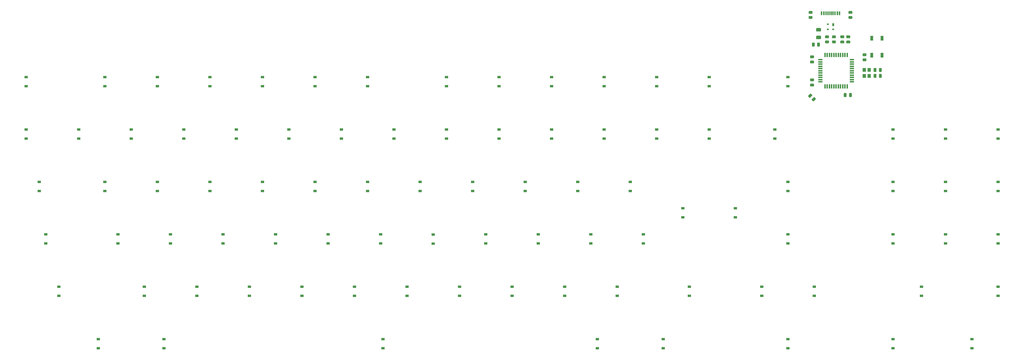
<source format=gbp>
%TF.GenerationSoftware,KiCad,Pcbnew,5.1.9*%
%TF.CreationDate,2022-11-23T09:59:21-05:00*%
%TF.ProjectId,EKS1000-V4,454b5331-3030-4302-9d56-342e6b696361,rev?*%
%TF.SameCoordinates,Original*%
%TF.FileFunction,Paste,Bot*%
%TF.FilePolarity,Positive*%
%FSLAX46Y46*%
G04 Gerber Fmt 4.6, Leading zero omitted, Abs format (unit mm)*
G04 Created by KiCad (PCBNEW 5.1.9) date 2022-11-23 09:59:21*
%MOMM*%
%LPD*%
G01*
G04 APERTURE LIST*
%ADD10R,0.300000X1.450000*%
%ADD11R,0.600000X1.450000*%
%ADD12R,0.700000X1.000000*%
%ADD13R,0.700000X0.600000*%
%ADD14R,1.200000X1.400000*%
%ADD15R,1.500000X0.550000*%
%ADD16R,0.550000X1.500000*%
%ADD17R,1.100000X1.800000*%
%ADD18R,1.200000X0.900000*%
G04 APERTURE END LIST*
D10*
%TO.C,J1*%
X309690198Y15322500D03*
X311690198Y15322500D03*
X311190198Y15322500D03*
X310690198Y15322500D03*
X310190198Y15322500D03*
X309190198Y15322500D03*
X308690198Y15322500D03*
X308190198Y15322500D03*
D11*
X313190198Y15322500D03*
X312390198Y15322500D03*
X307490198Y15322500D03*
X306690198Y15322500D03*
X306690198Y15322500D03*
X307490198Y15322500D03*
X312390198Y15322500D03*
X313190198Y15322500D03*
%TD*%
%TO.C,R1*%
G36*
G01*
X322712502Y-266750D02*
X321812498Y-266750D01*
G75*
G02*
X321562500Y-16752I0J249998D01*
G01*
X321562500Y508252D01*
G75*
G02*
X321812498Y758250I249998J0D01*
G01*
X322712502Y758250D01*
G75*
G02*
X322962500Y508252I0J-249998D01*
G01*
X322962500Y-16752D01*
G75*
G02*
X322712502Y-266750I-249998J0D01*
G01*
G37*
G36*
G01*
X322712502Y-2091750D02*
X321812498Y-2091750D01*
G75*
G02*
X321562500Y-1841752I0J249998D01*
G01*
X321562500Y-1316748D01*
G75*
G02*
X321812498Y-1066750I249998J0D01*
G01*
X322712502Y-1066750D01*
G75*
G02*
X322962500Y-1316748I0J-249998D01*
G01*
X322962500Y-1841752D01*
G75*
G02*
X322712502Y-2091750I-249998J0D01*
G01*
G37*
%TD*%
D12*
%TO.C,U2*%
X310945250Y11164000D03*
D13*
X308945250Y11364000D03*
X310945250Y9464000D03*
X308945250Y9464000D03*
%TD*%
D14*
%TO.C,Y1*%
X323906250Y-7450000D03*
X323906250Y-5250000D03*
X322206250Y-5250000D03*
X322206250Y-7450000D03*
%TD*%
D15*
%TO.C,U1*%
X306243750Y-1556250D03*
X306243750Y-2356250D03*
X306243750Y-3156250D03*
X306243750Y-3956250D03*
X306243750Y-4756250D03*
X306243750Y-5556250D03*
X306243750Y-6356250D03*
X306243750Y-7156250D03*
X306243750Y-7956250D03*
X306243750Y-8756250D03*
X306243750Y-9556250D03*
D16*
X307943750Y-11256250D03*
X308743750Y-11256250D03*
X309543750Y-11256250D03*
X310343750Y-11256250D03*
X311143750Y-11256250D03*
X311943750Y-11256250D03*
X312743750Y-11256250D03*
X313543750Y-11256250D03*
X314343750Y-11256250D03*
X315143750Y-11256250D03*
X315943750Y-11256250D03*
D15*
X317643750Y-9556250D03*
X317643750Y-8756250D03*
X317643750Y-7956250D03*
X317643750Y-7156250D03*
X317643750Y-6356250D03*
X317643750Y-5556250D03*
X317643750Y-4756250D03*
X317643750Y-3956250D03*
X317643750Y-3156250D03*
X317643750Y-2356250D03*
X317643750Y-1556250D03*
D16*
X315943750Y143750D03*
X315143750Y143750D03*
X314343750Y143750D03*
X313543750Y143750D03*
X312743750Y143750D03*
X311943750Y143750D03*
X311143750Y143750D03*
X310343750Y143750D03*
X309543750Y143750D03*
X308743750Y143750D03*
X307943750Y143750D03*
%TD*%
D17*
%TO.C,SW1*%
X324889250Y75000D03*
X328589250Y6275000D03*
X328589250Y75000D03*
X324889250Y6275000D03*
%TD*%
%TO.C,R6*%
G36*
G01*
X302254498Y14332000D02*
X303154502Y14332000D01*
G75*
G02*
X303404500Y14082002I0J-249998D01*
G01*
X303404500Y13556998D01*
G75*
G02*
X303154502Y13307000I-249998J0D01*
G01*
X302254498Y13307000D01*
G75*
G02*
X302004500Y13556998I0J249998D01*
G01*
X302004500Y14082002D01*
G75*
G02*
X302254498Y14332000I249998J0D01*
G01*
G37*
G36*
G01*
X302254498Y16157000D02*
X303154502Y16157000D01*
G75*
G02*
X303404500Y15907002I0J-249998D01*
G01*
X303404500Y15381998D01*
G75*
G02*
X303154502Y15132000I-249998J0D01*
G01*
X302254498Y15132000D01*
G75*
G02*
X302004500Y15381998I0J249998D01*
G01*
X302004500Y15907002D01*
G75*
G02*
X302254498Y16157000I249998J0D01*
G01*
G37*
%TD*%
%TO.C,R5*%
G36*
G01*
X316700748Y14332000D02*
X317600752Y14332000D01*
G75*
G02*
X317850750Y14082002I0J-249998D01*
G01*
X317850750Y13556998D01*
G75*
G02*
X317600752Y13307000I-249998J0D01*
G01*
X316700748Y13307000D01*
G75*
G02*
X316450750Y13556998I0J249998D01*
G01*
X316450750Y14082002D01*
G75*
G02*
X316700748Y14332000I249998J0D01*
G01*
G37*
G36*
G01*
X316700748Y16157000D02*
X317600752Y16157000D01*
G75*
G02*
X317850750Y15907002I0J-249998D01*
G01*
X317850750Y15381998D01*
G75*
G02*
X317600752Y15132000I-249998J0D01*
G01*
X316700748Y15132000D01*
G75*
G02*
X316450750Y15381998I0J249998D01*
G01*
X316450750Y15907002D01*
G75*
G02*
X316700748Y16157000I249998J0D01*
G01*
G37*
%TD*%
%TO.C,R4*%
G36*
G01*
X303177144Y-15872793D02*
X303813543Y-15236394D01*
G75*
G02*
X304167093Y-15236394I176775J-176775D01*
G01*
X304538326Y-15607627D01*
G75*
G02*
X304538326Y-15961177I-176775J-176775D01*
G01*
X303901927Y-16597576D01*
G75*
G02*
X303548377Y-16597576I-176775J176775D01*
G01*
X303177144Y-16226343D01*
G75*
G02*
X303177144Y-15872793I176775J176775D01*
G01*
G37*
G36*
G01*
X301886674Y-14582323D02*
X302523073Y-13945924D01*
G75*
G02*
X302876623Y-13945924I176775J-176775D01*
G01*
X303247856Y-14317157D01*
G75*
G02*
X303247856Y-14670707I-176775J-176775D01*
G01*
X302611457Y-15307106D01*
G75*
G02*
X302257907Y-15307106I-176775J176775D01*
G01*
X301886674Y-14935873D01*
G75*
G02*
X301886674Y-14582323I176775J176775D01*
G01*
G37*
%TD*%
%TO.C,R3*%
G36*
G01*
X309095252Y6253966D02*
X308195248Y6253966D01*
G75*
G02*
X307945250Y6503964I0J249998D01*
G01*
X307945250Y7028968D01*
G75*
G02*
X308195248Y7278966I249998J0D01*
G01*
X309095252Y7278966D01*
G75*
G02*
X309345250Y7028968I0J-249998D01*
G01*
X309345250Y6503964D01*
G75*
G02*
X309095252Y6253966I-249998J0D01*
G01*
G37*
G36*
G01*
X309095252Y4428966D02*
X308195248Y4428966D01*
G75*
G02*
X307945250Y4678964I0J249998D01*
G01*
X307945250Y5203968D01*
G75*
G02*
X308195248Y5453966I249998J0D01*
G01*
X309095252Y5453966D01*
G75*
G02*
X309345250Y5203968I0J-249998D01*
G01*
X309345250Y4678964D01*
G75*
G02*
X309095252Y4428966I-249998J0D01*
G01*
G37*
%TD*%
%TO.C,R2*%
G36*
G01*
X311627502Y6253966D02*
X310727498Y6253966D01*
G75*
G02*
X310477500Y6503964I0J249998D01*
G01*
X310477500Y7028968D01*
G75*
G02*
X310727498Y7278966I249998J0D01*
G01*
X311627502Y7278966D01*
G75*
G02*
X311877500Y7028968I0J-249998D01*
G01*
X311877500Y6503964D01*
G75*
G02*
X311627502Y6253966I-249998J0D01*
G01*
G37*
G36*
G01*
X311627502Y4428966D02*
X310727498Y4428966D01*
G75*
G02*
X310477500Y4678964I0J249998D01*
G01*
X310477500Y5203968D01*
G75*
G02*
X310727498Y5453966I249998J0D01*
G01*
X311627502Y5453966D01*
G75*
G02*
X311877500Y5203968I0J-249998D01*
G01*
X311877500Y4678964D01*
G75*
G02*
X311627502Y4428966I-249998J0D01*
G01*
G37*
%TD*%
%TO.C,F1*%
G36*
G01*
X306218750Y5912500D02*
X304968750Y5912500D01*
G75*
G02*
X304718750Y6162500I0J250000D01*
G01*
X304718750Y6912500D01*
G75*
G02*
X304968750Y7162500I250000J0D01*
G01*
X306218750Y7162500D01*
G75*
G02*
X306468750Y6912500I0J-250000D01*
G01*
X306468750Y6162500D01*
G75*
G02*
X306218750Y5912500I-250000J0D01*
G01*
G37*
G36*
G01*
X306218750Y8712500D02*
X304968750Y8712500D01*
G75*
G02*
X304718750Y8962500I0J250000D01*
G01*
X304718750Y9712500D01*
G75*
G02*
X304968750Y9962500I250000J0D01*
G01*
X306218750Y9962500D01*
G75*
G02*
X306468750Y9712500I0J-250000D01*
G01*
X306468750Y8962500D01*
G75*
G02*
X306218750Y8712500I-250000J0D01*
G01*
G37*
%TD*%
D18*
%TO.C,D90*%
X361156250Y-103125000D03*
X361156250Y-106425000D03*
%TD*%
%TO.C,D89*%
X370681250Y-84075000D03*
X370681250Y-87375000D03*
%TD*%
%TO.C,D88*%
X370681250Y-65025000D03*
X370681250Y-68325000D03*
%TD*%
%TO.C,D87*%
X370681250Y-45975000D03*
X370681250Y-49275000D03*
%TD*%
%TO.C,D86*%
X370681250Y-26925000D03*
X370681250Y-30225000D03*
%TD*%
%TO.C,D85*%
X351631250Y-65025000D03*
X351631250Y-68325000D03*
%TD*%
%TO.C,D84*%
X351631250Y-45975000D03*
X351631250Y-49275000D03*
%TD*%
%TO.C,D83*%
X351631250Y-26925000D03*
X351631250Y-30225000D03*
%TD*%
%TO.C,D82*%
X332581250Y-103125000D03*
X332581250Y-106425000D03*
%TD*%
%TO.C,D81*%
X342900000Y-84075000D03*
X342900000Y-87375000D03*
%TD*%
%TO.C,D80*%
X332581250Y-65025000D03*
X332581250Y-68325000D03*
%TD*%
%TO.C,D79*%
X332581250Y-45975000D03*
X332581250Y-49275000D03*
%TD*%
%TO.C,D78*%
X332581250Y-26925000D03*
X332581250Y-30225000D03*
%TD*%
%TO.C,D77*%
X294481250Y-103125000D03*
X294481250Y-106425000D03*
%TD*%
%TO.C,D76*%
X304006250Y-84075000D03*
X304006250Y-87375000D03*
%TD*%
%TO.C,D75*%
X284956250Y-84075000D03*
X284956250Y-87375000D03*
%TD*%
%TO.C,D74*%
X294481250Y-65025000D03*
X294481250Y-68325000D03*
%TD*%
%TO.C,D73*%
X294481250Y-45975000D03*
X294481250Y-49275000D03*
%TD*%
%TO.C,D59*%
X249237500Y-103125000D03*
X249237500Y-106425000D03*
%TD*%
%TO.C,D64*%
X258762500Y-84075000D03*
X258762500Y-87375000D03*
%TD*%
%TO.C,D70*%
X275431250Y-55500000D03*
X275431250Y-58800000D03*
%TD*%
%TO.C,D72*%
X289718750Y-26925000D03*
X289718750Y-30225000D03*
%TD*%
%TO.C,D71*%
X294481250Y-7875000D03*
X294481250Y-11175000D03*
%TD*%
%TO.C,D53*%
X225425000Y-103125000D03*
X225425000Y-106425000D03*
%TD*%
%TO.C,D58*%
X232568750Y-84075000D03*
X232568750Y-87375000D03*
%TD*%
%TO.C,D63*%
X242093750Y-65025000D03*
X242093750Y-68325000D03*
%TD*%
%TO.C,D67*%
X256381250Y-55500000D03*
X256381250Y-58800000D03*
%TD*%
%TO.C,D69*%
X265906250Y-26925000D03*
X265906250Y-30225000D03*
%TD*%
%TO.C,D68*%
X265906250Y-7875000D03*
X265906250Y-11175000D03*
%TD*%
%TO.C,D52*%
X213518750Y-84075000D03*
X213518750Y-87375000D03*
%TD*%
%TO.C,D57*%
X223043750Y-65025000D03*
X223043750Y-68325000D03*
%TD*%
%TO.C,D62*%
X237331250Y-45975000D03*
X237331250Y-49275000D03*
%TD*%
%TO.C,D66*%
X246856250Y-26925000D03*
X246856250Y-30225000D03*
%TD*%
%TO.C,D65*%
X246856250Y-7875000D03*
X246856250Y-11175000D03*
%TD*%
%TO.C,D47*%
X194468750Y-84075000D03*
X194468750Y-87375000D03*
%TD*%
%TO.C,D51*%
X203993750Y-65025000D03*
X203993750Y-68325000D03*
%TD*%
%TO.C,D56*%
X218281250Y-45975000D03*
X218281250Y-49275000D03*
%TD*%
%TO.C,D61*%
X227806250Y-26925000D03*
X227806250Y-30225000D03*
%TD*%
%TO.C,D60*%
X227806250Y-7875000D03*
X227806250Y-11175000D03*
%TD*%
%TO.C,D42*%
X175418750Y-84075000D03*
X175418750Y-87375000D03*
%TD*%
%TO.C,D46*%
X184943750Y-65025000D03*
X184943750Y-68325000D03*
%TD*%
%TO.C,D50*%
X199231250Y-45975000D03*
X199231250Y-49275000D03*
%TD*%
%TO.C,D55*%
X208756250Y-26925000D03*
X208756250Y-30225000D03*
%TD*%
%TO.C,D54*%
X208756250Y-7875000D03*
X208756250Y-11175000D03*
%TD*%
%TO.C,D45*%
X180181250Y-45975000D03*
X180181250Y-49275000D03*
%TD*%
%TO.C,D49*%
X189706250Y-26925000D03*
X189706250Y-30225000D03*
%TD*%
%TO.C,D48*%
X189706250Y-7875000D03*
X189706250Y-11175000D03*
%TD*%
%TO.C,D44*%
X170656250Y-26925000D03*
X170656250Y-30225000D03*
%TD*%
%TO.C,D43*%
X170656250Y-7875000D03*
X170656250Y-11175000D03*
%TD*%
%TO.C,D41*%
X165893750Y-65087500D03*
X165893750Y-68387500D03*
%TD*%
%TO.C,D40*%
X161131250Y-45975000D03*
X161131250Y-49275000D03*
%TD*%
%TO.C,D39*%
X151606250Y-26925000D03*
X151606250Y-30225000D03*
%TD*%
%TO.C,D38*%
X142081250Y-7875000D03*
X142081250Y-11175000D03*
%TD*%
%TO.C,D37*%
X156368750Y-84075000D03*
X156368750Y-87375000D03*
%TD*%
%TO.C,D36*%
X146843750Y-65025000D03*
X146843750Y-68325000D03*
%TD*%
%TO.C,D35*%
X142081250Y-45975000D03*
X142081250Y-49275000D03*
%TD*%
%TO.C,D34*%
X132556250Y-26925000D03*
X132556250Y-30225000D03*
%TD*%
%TO.C,D33*%
X123031250Y-7875000D03*
X123031250Y-11175000D03*
%TD*%
%TO.C,D32*%
X147637500Y-103125000D03*
X147637500Y-106425000D03*
%TD*%
%TO.C,D31*%
X137318750Y-84075000D03*
X137318750Y-87375000D03*
%TD*%
%TO.C,D30*%
X127793750Y-65025000D03*
X127793750Y-68325000D03*
%TD*%
%TO.C,D29*%
X123031250Y-45975000D03*
X123031250Y-49275000D03*
%TD*%
%TO.C,D28*%
X113506250Y-26925000D03*
X113506250Y-30225000D03*
%TD*%
%TO.C,D27*%
X103981250Y-7875000D03*
X103981250Y-11175000D03*
%TD*%
%TO.C,D26*%
X118268750Y-84075000D03*
X118268750Y-87375000D03*
%TD*%
%TO.C,D25*%
X108743750Y-65025000D03*
X108743750Y-68325000D03*
%TD*%
%TO.C,D24*%
X103981250Y-45975000D03*
X103981250Y-49275000D03*
%TD*%
%TO.C,D23*%
X94456250Y-26925000D03*
X94456250Y-30225000D03*
%TD*%
%TO.C,D22*%
X84931250Y-7875000D03*
X84931250Y-11175000D03*
%TD*%
%TO.C,D21*%
X99218750Y-84075000D03*
X99218750Y-87375000D03*
%TD*%
%TO.C,D20*%
X89693750Y-65025000D03*
X89693750Y-68325000D03*
%TD*%
%TO.C,D19*%
X84931250Y-45975000D03*
X84931250Y-49275000D03*
%TD*%
%TO.C,D18*%
X75406250Y-26925000D03*
X75406250Y-30225000D03*
%TD*%
%TO.C,D17*%
X65881250Y-7875000D03*
X65881250Y-11175000D03*
%TD*%
%TO.C,D16*%
X80168750Y-84075000D03*
X80168750Y-87375000D03*
%TD*%
%TO.C,D15*%
X70643750Y-65025000D03*
X70643750Y-68325000D03*
%TD*%
%TO.C,D14*%
X65881250Y-45975000D03*
X65881250Y-49275000D03*
%TD*%
%TO.C,D13*%
X56356250Y-26925000D03*
X56356250Y-30225000D03*
%TD*%
%TO.C,D12*%
X46831250Y-7875000D03*
X46831250Y-11175000D03*
%TD*%
%TO.C,D11*%
X68262500Y-103125000D03*
X68262500Y-106425000D03*
%TD*%
%TO.C,D10*%
X61118750Y-84075000D03*
X61118750Y-87375000D03*
%TD*%
%TO.C,D9*%
X51593750Y-65025000D03*
X51593750Y-68325000D03*
%TD*%
%TO.C,D8*%
X46831250Y-45975000D03*
X46831250Y-49275000D03*
%TD*%
%TO.C,D7*%
X37306250Y-26925000D03*
X37306250Y-30225000D03*
%TD*%
%TO.C,D6*%
X44450000Y-103125000D03*
X44450000Y-106425000D03*
%TD*%
%TO.C,D5*%
X30162500Y-84075000D03*
X30162500Y-87375000D03*
%TD*%
%TO.C,D4*%
X25400000Y-65025000D03*
X25400000Y-68325000D03*
%TD*%
%TO.C,D3*%
X23018750Y-45975000D03*
X23018750Y-49275000D03*
%TD*%
%TO.C,D2*%
X18256250Y-26925000D03*
X18256250Y-30225000D03*
%TD*%
%TO.C,D1*%
X18256250Y-7875000D03*
X18256250Y-11175000D03*
%TD*%
%TO.C,C8*%
G36*
G01*
X304191250Y4443750D02*
X304191250Y3493750D01*
G75*
G02*
X303941250Y3243750I-250000J0D01*
G01*
X303441250Y3243750D01*
G75*
G02*
X303191250Y3493750I0J250000D01*
G01*
X303191250Y4443750D01*
G75*
G02*
X303441250Y4693750I250000J0D01*
G01*
X303941250Y4693750D01*
G75*
G02*
X304191250Y4443750I0J-250000D01*
G01*
G37*
G36*
G01*
X306091250Y4443750D02*
X306091250Y3493750D01*
G75*
G02*
X305841250Y3243750I-250000J0D01*
G01*
X305341250Y3243750D01*
G75*
G02*
X305091250Y3493750I0J250000D01*
G01*
X305091250Y4443750D01*
G75*
G02*
X305341250Y4693750I250000J0D01*
G01*
X305841250Y4693750D01*
G75*
G02*
X306091250Y4443750I0J-250000D01*
G01*
G37*
%TD*%
%TO.C,C7*%
G36*
G01*
X302737500Y21250D02*
X303687500Y21250D01*
G75*
G02*
X303937500Y-228750I0J-250000D01*
G01*
X303937500Y-728750D01*
G75*
G02*
X303687500Y-978750I-250000J0D01*
G01*
X302737500Y-978750D01*
G75*
G02*
X302487500Y-728750I0J250000D01*
G01*
X302487500Y-228750D01*
G75*
G02*
X302737500Y21250I250000J0D01*
G01*
G37*
G36*
G01*
X302737500Y-1878750D02*
X303687500Y-1878750D01*
G75*
G02*
X303937500Y-2128750I0J-250000D01*
G01*
X303937500Y-2628750D01*
G75*
G02*
X303687500Y-2878750I-250000J0D01*
G01*
X302737500Y-2878750D01*
G75*
G02*
X302487500Y-2628750I0J250000D01*
G01*
X302487500Y-2128750D01*
G75*
G02*
X302737500Y-1878750I250000J0D01*
G01*
G37*
%TD*%
%TO.C,C6*%
G36*
G01*
X303687500Y-9360750D02*
X302737500Y-9360750D01*
G75*
G02*
X302487500Y-9110750I0J250000D01*
G01*
X302487500Y-8610750D01*
G75*
G02*
X302737500Y-8360750I250000J0D01*
G01*
X303687500Y-8360750D01*
G75*
G02*
X303937500Y-8610750I0J-250000D01*
G01*
X303937500Y-9110750D01*
G75*
G02*
X303687500Y-9360750I-250000J0D01*
G01*
G37*
G36*
G01*
X303687500Y-11260750D02*
X302737500Y-11260750D01*
G75*
G02*
X302487500Y-11010750I0J250000D01*
G01*
X302487500Y-10510750D01*
G75*
G02*
X302737500Y-10260750I250000J0D01*
G01*
X303687500Y-10260750D01*
G75*
G02*
X303937500Y-10510750I0J-250000D01*
G01*
X303937500Y-11010750D01*
G75*
G02*
X303687500Y-11260750I-250000J0D01*
G01*
G37*
%TD*%
%TO.C,C5*%
G36*
G01*
X316648250Y-14857750D02*
X316648250Y-13907750D01*
G75*
G02*
X316898250Y-13657750I250000J0D01*
G01*
X317398250Y-13657750D01*
G75*
G02*
X317648250Y-13907750I0J-250000D01*
G01*
X317648250Y-14857750D01*
G75*
G02*
X317398250Y-15107750I-250000J0D01*
G01*
X316898250Y-15107750D01*
G75*
G02*
X316648250Y-14857750I0J250000D01*
G01*
G37*
G36*
G01*
X314748250Y-14857750D02*
X314748250Y-13907750D01*
G75*
G02*
X314998250Y-13657750I250000J0D01*
G01*
X315498250Y-13657750D01*
G75*
G02*
X315748250Y-13907750I0J-250000D01*
G01*
X315748250Y-14857750D01*
G75*
G02*
X315498250Y-15107750I-250000J0D01*
G01*
X314998250Y-15107750D01*
G75*
G02*
X314748250Y-14857750I0J250000D01*
G01*
G37*
%TD*%
%TO.C,C4*%
G36*
G01*
X316832000Y6292000D02*
X315882000Y6292000D01*
G75*
G02*
X315632000Y6542000I0J250000D01*
G01*
X315632000Y7042000D01*
G75*
G02*
X315882000Y7292000I250000J0D01*
G01*
X316832000Y7292000D01*
G75*
G02*
X317082000Y7042000I0J-250000D01*
G01*
X317082000Y6542000D01*
G75*
G02*
X316832000Y6292000I-250000J0D01*
G01*
G37*
G36*
G01*
X316832000Y4392000D02*
X315882000Y4392000D01*
G75*
G02*
X315632000Y4642000I0J250000D01*
G01*
X315632000Y5142000D01*
G75*
G02*
X315882000Y5392000I250000J0D01*
G01*
X316832000Y5392000D01*
G75*
G02*
X317082000Y5142000I0J-250000D01*
G01*
X317082000Y4642000D01*
G75*
G02*
X316832000Y4392000I-250000J0D01*
G01*
G37*
%TD*%
%TO.C,C3*%
G36*
G01*
X327475000Y-5745500D02*
X327475000Y-4795500D01*
G75*
G02*
X327725000Y-4545500I250000J0D01*
G01*
X328225000Y-4545500D01*
G75*
G02*
X328475000Y-4795500I0J-250000D01*
G01*
X328475000Y-5745500D01*
G75*
G02*
X328225000Y-5995500I-250000J0D01*
G01*
X327725000Y-5995500D01*
G75*
G02*
X327475000Y-5745500I0J250000D01*
G01*
G37*
G36*
G01*
X325575000Y-5745500D02*
X325575000Y-4795500D01*
G75*
G02*
X325825000Y-4545500I250000J0D01*
G01*
X326325000Y-4545500D01*
G75*
G02*
X326575000Y-4795500I0J-250000D01*
G01*
X326575000Y-5745500D01*
G75*
G02*
X326325000Y-5995500I-250000J0D01*
G01*
X325825000Y-5995500D01*
G75*
G02*
X325575000Y-5745500I0J250000D01*
G01*
G37*
%TD*%
%TO.C,C2*%
G36*
G01*
X326575000Y-6954500D02*
X326575000Y-7904500D01*
G75*
G02*
X326325000Y-8154500I-250000J0D01*
G01*
X325825000Y-8154500D01*
G75*
G02*
X325575000Y-7904500I0J250000D01*
G01*
X325575000Y-6954500D01*
G75*
G02*
X325825000Y-6704500I250000J0D01*
G01*
X326325000Y-6704500D01*
G75*
G02*
X326575000Y-6954500I0J-250000D01*
G01*
G37*
G36*
G01*
X328475000Y-6954500D02*
X328475000Y-7904500D01*
G75*
G02*
X328225000Y-8154500I-250000J0D01*
G01*
X327725000Y-8154500D01*
G75*
G02*
X327475000Y-7904500I0J250000D01*
G01*
X327475000Y-6954500D01*
G75*
G02*
X327725000Y-6704500I250000J0D01*
G01*
X328225000Y-6704500D01*
G75*
G02*
X328475000Y-6954500I0J-250000D01*
G01*
G37*
%TD*%
%TO.C,C1*%
G36*
G01*
X314673000Y6292000D02*
X313723000Y6292000D01*
G75*
G02*
X313473000Y6542000I0J250000D01*
G01*
X313473000Y7042000D01*
G75*
G02*
X313723000Y7292000I250000J0D01*
G01*
X314673000Y7292000D01*
G75*
G02*
X314923000Y7042000I0J-250000D01*
G01*
X314923000Y6542000D01*
G75*
G02*
X314673000Y6292000I-250000J0D01*
G01*
G37*
G36*
G01*
X314673000Y4392000D02*
X313723000Y4392000D01*
G75*
G02*
X313473000Y4642000I0J250000D01*
G01*
X313473000Y5142000D01*
G75*
G02*
X313723000Y5392000I250000J0D01*
G01*
X314673000Y5392000D01*
G75*
G02*
X314923000Y5142000I0J-250000D01*
G01*
X314923000Y4642000D01*
G75*
G02*
X314673000Y4392000I-250000J0D01*
G01*
G37*
%TD*%
M02*

</source>
